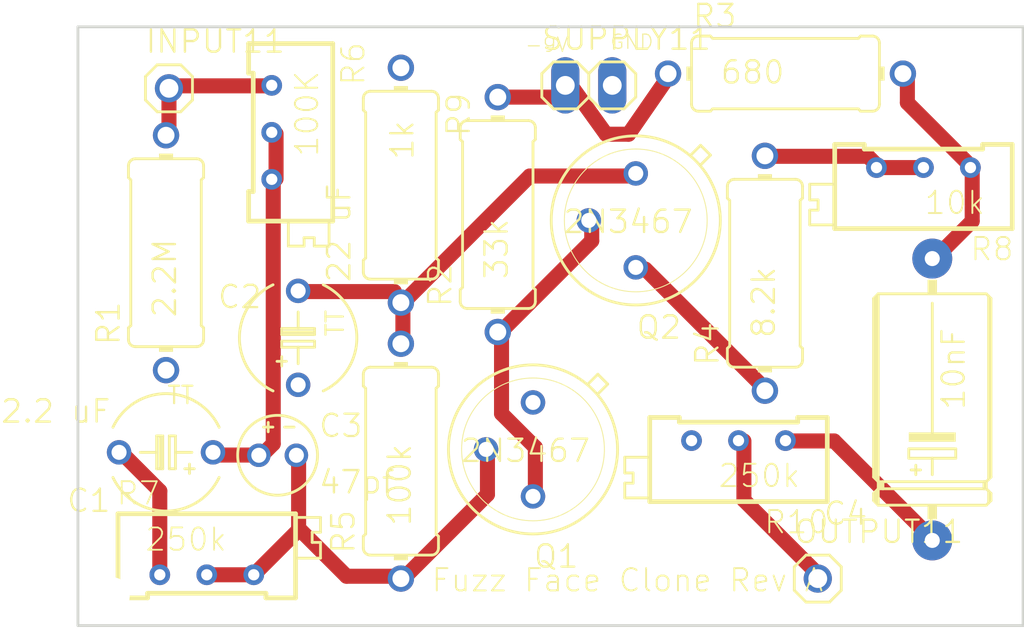
<source format=kicad_pcb>
(kicad_pcb (version 4) (host pcbnew 4.0.7)

  (general
    (links 29)
    (no_connects 5)
    (area 118.720104 88.4251 177.010536 122.34045)
    (thickness 1.6)
    (drawings 7)
    (tracks 89)
    (zones 0)
    (modules 23)
    (nets 14)
  )

  (page A4)
  (layers
    (0 Top signal)
    (31 Bottom signal)
    (32 B.Adhes user)
    (33 F.Adhes user)
    (34 B.Paste user)
    (35 F.Paste user)
    (36 B.SilkS user)
    (37 F.SilkS user)
    (38 B.Mask user)
    (39 F.Mask user)
    (40 Dwgs.User user)
    (41 Cmts.User user)
    (42 Eco1.User user)
    (43 Eco2.User user)
    (44 Edge.Cuts user)
    (45 Margin user)
    (46 B.CrtYd user)
    (47 F.CrtYd user)
    (48 B.Fab user)
    (49 F.Fab user)
  )

  (setup
    (last_trace_width 0.25)
    (trace_clearance 0.1524)
    (zone_clearance 0.508)
    (zone_45_only no)
    (trace_min 0.1524)
    (segment_width 0.2)
    (edge_width 0.15)
    (via_size 0.6)
    (via_drill 0.4)
    (via_min_size 0.4)
    (via_min_drill 0.3)
    (uvia_size 0.3)
    (uvia_drill 0.1)
    (uvias_allowed no)
    (uvia_min_size 0.2)
    (uvia_min_drill 0.1)
    (pcb_text_width 0.3)
    (pcb_text_size 1.5 1.5)
    (mod_edge_width 0.15)
    (mod_text_size 1 1)
    (mod_text_width 0.15)
    (pad_size 1.524 1.524)
    (pad_drill 0.762)
    (pad_to_mask_clearance 0.2)
    (aux_axis_origin 0 0)
    (visible_elements FFFFFF7F)
    (pcbplotparams
      (layerselection 0x00030_80000001)
      (usegerberextensions false)
      (excludeedgelayer true)
      (linewidth 0.100000)
      (plotframeref false)
      (viasonmask false)
      (mode 1)
      (useauxorigin false)
      (hpglpennumber 1)
      (hpglpenspeed 20)
      (hpglpendiameter 15)
      (hpglpenoverlay 2)
      (psnegative false)
      (psa4output false)
      (plotreference true)
      (plotvalue true)
      (plotinvisibletext false)
      (padsonsilk false)
      (subtractmaskfromsilk false)
      (outputformat 1)
      (mirror false)
      (drillshape 1)
      (scaleselection 1)
      (outputdirectory ""))
  )

  (net 0 "")
  (net 1 GND)
  (net 2 N1)
  (net 3 N2)
  (net 4 N3)
  (net 5 N5)
  (net 6 N4)
  (net 7 -9V)
  (net 8 INPUT)
  (net 9 N7)
  (net 10 N8)
  (net 11 N9)
  (net 12 OUTPUT)
  (net 13 N6)

  (net_class Default "This is the default net class."
    (clearance 0.1524)
    (trace_width 0.25)
    (via_dia 0.6)
    (via_drill 0.4)
    (uvia_dia 0.3)
    (uvia_drill 0.1)
    (add_net -9V)
    (add_net GND)
    (add_net INPUT)
    (add_net N1)
    (add_net N2)
    (add_net N3)
    (add_net N4)
    (add_net N5)
    (add_net N6)
    (add_net N7)
    (add_net N8)
    (add_net N9)
    (add_net OUTPUT)
  )

  (module "" (layer Top) (tedit 0) (tstamp 0)
    (at 124.74985 90.5661)
    (fp_text reference @HOLE0 (at 0 0) (layer F.SilkS) hide
      (effects (font (thickness 0.15)))
    )
    (fp_text value "" (at 0 0) (layer F.SilkS)
      (effects (font (thickness 0.15)))
    )
    (pad "" np_thru_hole circle (at 0 0) (size 2 2) (drill 2) (layers *.Cu))
  )

  (module "" (layer Top) (tedit 0) (tstamp 0)
    (at 172.24985 90.5661)
    (fp_text reference @HOLE1 (at 0 0) (layer F.SilkS) hide
      (effects (font (thickness 0.15)))
    )
    (fp_text value "" (at 0 0) (layer F.SilkS)
      (effects (font (thickness 0.15)))
    )
    (pad "" np_thru_hole circle (at 0 0) (size 2 2) (drill 2) (layers *.Cu))
  )

  (module "" (layer Top) (tedit 0) (tstamp 0)
    (at 172.24985 119.5661)
    (fp_text reference @HOLE2 (at 0 0) (layer F.SilkS) hide
      (effects (font (thickness 0.15)))
    )
    (fp_text value "" (at 0 0) (layer F.SilkS)
      (effects (font (thickness 0.15)))
    )
    (pad "" np_thru_hole circle (at 0 0) (size 2 2) (drill 2) (layers *.Cu))
  )

  (module "" (layer Top) (tedit 0) (tstamp 0)
    (at 124.74985 119.5661)
    (fp_text reference @HOLE3 (at 0 0) (layer F.SilkS) hide
      (effects (font (thickness 0.15)))
    )
    (fp_text value "" (at 0 0) (layer F.SilkS)
      (effects (font (thickness 0.15)))
    )
    (pad "" np_thru_hole circle (at 0 0) (size 2 2) (drill 2) (layers *.Cu))
  )

  (module TAP5-60 (layer Top) (tedit 0) (tstamp 5AA4EAF8)
    (at 127.7111 111.82485 180)
    (descr "<b>ELECTROLYTIC CAPACITOR</b><p>\ndiameter 6.0 mm, grid 5.08 mm")
    (fp_text reference C1 (at 2.921 -1.905 360) (layer F.SilkS)
      (effects (font (size 1.2065 1.2065) (thickness 0.12065)) (justify right top))
    )
    (fp_text value "2.2 uF" (at 2.921 2.921 180) (layer F.SilkS)
      (effects (font (size 1.2065 1.2065) (thickness 0.127)) (justify right top))
    )
    (fp_line (start -1.397 0) (end -0.508 0) (layer F.SilkS) (width 0.1524))
    (fp_line (start -0.508 0) (end -0.508 0.889) (layer F.SilkS) (width 0.1524))
    (fp_line (start -0.508 0.889) (end -0.1778 0.889) (layer F.SilkS) (width 0.1524))
    (fp_line (start -0.1778 0.889) (end -0.1778 -0.889) (layer F.SilkS) (width 0.1524))
    (fp_line (start -0.1778 -0.889) (end -0.508 -0.889) (layer F.SilkS) (width 0.1524))
    (fp_line (start -0.508 -0.889) (end -0.508 0) (layer F.SilkS) (width 0.1524))
    (fp_line (start 0.508 0) (end 1.397 0) (layer F.SilkS) (width 0.1524))
    (fp_line (start -1.27 -0.635) (end -1.27 -1.143) (layer F.SilkS) (width 0.1524))
    (fp_line (start -1.016 -0.889) (end -1.524 -0.889) (layer F.SilkS) (width 0.1524))
    (fp_line (start 0.1778 -0.889) (end 0.1778 0.889) (layer F.SilkS) (width 0.1524))
    (fp_line (start 0.508 -0.889) (end 0.1778 -0.889) (layer F.SilkS) (width 0.1524))
    (fp_line (start 0.1778 0.889) (end 0.508 0.889) (layer F.SilkS) (width 0.1524))
    (fp_line (start 0.508 0.889) (end 0.508 0) (layer F.SilkS) (width 0.1524))
    (fp_line (start 0.508 0) (end 0.508 -0.889) (layer F.SilkS) (width 0.1524))
    (fp_line (start 0.3302 0.762) (end 0.3302 -0.762) (layer F.SilkS) (width 0.1524))
    (fp_arc (start 0 0) (end -2.8702 -1.3574) (angle 129.378377) (layer F.SilkS) (width 0.1524))
    (fp_arc (start 0 0) (end -2.8702 1.3574) (angle -129.378377) (layer F.SilkS) (width 0.1524))
    (fp_arc (start 0 0) (end -2.8702 -1.3574) (angle -50.621623) (layer Dwgs.User) (width 0.1524))
    (fp_arc (start 0 0) (end 2.8702 1.3574) (angle -50.621623) (layer Dwgs.User) (width 0.1524))
    (fp_text user TT (at 0 2.54 180) (layer F.SilkS)
      (effects (font (size 0.94107 0.94107) (thickness 0.118872)) (justify left bottom))
    )
    (pad - thru_hole circle (at 2.54 0 180) (size 1.3208 1.3208) (drill 0.8128) (layers *.Cu *.Mask)
      (net 3 N2))
    (pad + thru_hole circle (at -2.54 0 180) (size 1.3208 1.3208) (drill 0.8128) (layers *.Cu *.Mask)
      (net 2 N1))
  )

  (module TAP5-60 (layer Top) (tedit 0) (tstamp 5AA4EB11)
    (at 134.85485 105.6336 90)
    (descr "<b>ELECTROLYTIC CAPACITOR</b><p>\ndiameter 6.0 mm, grid 5.08 mm")
    (fp_text reference C2 (at 2.921 -1.905 360) (layer F.SilkS)
      (effects (font (size 1.2065 1.2065) (thickness 0.12065)) (justify right top))
    )
    (fp_text value "22 uF" (at 2.921 2.921 90) (layer F.SilkS)
      (effects (font (size 1.2065 1.2065) (thickness 0.127)) (justify left bottom))
    )
    (fp_line (start -1.397 0) (end -0.508 0) (layer F.SilkS) (width 0.1524))
    (fp_line (start -0.508 0) (end -0.508 0.889) (layer F.SilkS) (width 0.1524))
    (fp_line (start -0.508 0.889) (end -0.1778 0.889) (layer F.SilkS) (width 0.1524))
    (fp_line (start -0.1778 0.889) (end -0.1778 -0.889) (layer F.SilkS) (width 0.1524))
    (fp_line (start -0.1778 -0.889) (end -0.508 -0.889) (layer F.SilkS) (width 0.1524))
    (fp_line (start -0.508 -0.889) (end -0.508 0) (layer F.SilkS) (width 0.1524))
    (fp_line (start 0.508 0) (end 1.397 0) (layer F.SilkS) (width 0.1524))
    (fp_line (start -1.27 -0.635) (end -1.27 -1.143) (layer F.SilkS) (width 0.1524))
    (fp_line (start -1.016 -0.889) (end -1.524 -0.889) (layer F.SilkS) (width 0.1524))
    (fp_line (start 0.1778 -0.889) (end 0.1778 0.889) (layer F.SilkS) (width 0.1524))
    (fp_line (start 0.508 -0.889) (end 0.1778 -0.889) (layer F.SilkS) (width 0.1524))
    (fp_line (start 0.1778 0.889) (end 0.508 0.889) (layer F.SilkS) (width 0.1524))
    (fp_line (start 0.508 0.889) (end 0.508 0) (layer F.SilkS) (width 0.1524))
    (fp_line (start 0.508 0) (end 0.508 -0.889) (layer F.SilkS) (width 0.1524))
    (fp_line (start 0.3302 0.762) (end 0.3302 -0.762) (layer F.SilkS) (width 0.1524))
    (fp_arc (start 0 0) (end -2.8702 -1.3574) (angle 129.378377) (layer F.SilkS) (width 0.1524))
    (fp_arc (start 0 0) (end -2.8702 1.3574) (angle -129.378377) (layer F.SilkS) (width 0.1524))
    (fp_arc (start 0 0) (end -2.8702 -1.3574) (angle -50.621623) (layer Dwgs.User) (width 0.1524))
    (fp_arc (start 0 0) (end 2.8702 1.3574) (angle -50.621623) (layer Dwgs.User) (width 0.1524))
    (fp_text user TT (at 0 2.54 90) (layer F.SilkS)
      (effects (font (size 0.94107 0.94107) (thickness 0.118872)) (justify left bottom))
    )
    (pad - thru_hole circle (at 2.54 0 90) (size 1.3208 1.3208) (drill 0.8128) (layers *.Cu *.Mask)
      (net 6 N4))
    (pad + thru_hole circle (at -2.54 0 90) (size 1.3208 1.3208) (drill 0.8128) (layers *.Cu *.Mask)
      (net 1 GND))
  )

  (module E2-4 (layer Top) (tedit 0) (tstamp 5AA4EB2A)
    (at 133.7436 111.9836)
    (descr "<b>ELECTROLYTIC CAPACITOR</b><p>\ngrid 2 mm, diameter 4 mm")
    (fp_text reference C3 (at 2.159 -0.889) (layer F.SilkS)
      (effects (font (size 1.2065 1.2065) (thickness 0.12065)) (justify left bottom))
    )
    (fp_text value 47pf (at 2.159 2.159) (layer F.SilkS)
      (effects (font (size 1.2065 1.2065) (thickness 0.127)) (justify left bottom))
    )
    (fp_line (start -1.524 0) (end -0.762 0) (layer Dwgs.User) (width 0.1524))
    (fp_line (start -0.762 0) (end -0.762 1.016) (layer Dwgs.User) (width 0.1524))
    (fp_line (start -0.762 1.016) (end -0.254 1.016) (layer Dwgs.User) (width 0.1524))
    (fp_line (start -0.254 1.016) (end -0.254 -1.016) (layer Dwgs.User) (width 0.1524))
    (fp_line (start -0.254 -1.016) (end -0.762 -1.016) (layer Dwgs.User) (width 0.1524))
    (fp_line (start -0.762 -1.016) (end -0.762 0) (layer Dwgs.User) (width 0.1524))
    (fp_line (start 0.635 0) (end 1.524 0) (layer Dwgs.User) (width 0.1524))
    (fp_line (start -0.762 -1.524) (end -0.254 -1.524) (layer F.SilkS) (width 0.1524))
    (fp_line (start -0.508 -1.27) (end -0.508 -1.778) (layer F.SilkS) (width 0.1524))
    (fp_line (start 0.381 -1.524) (end 0.889 -1.524) (layer F.SilkS) (width 0.1524))
    (fp_circle (center 0 0) (end 2.159 0) (layer F.SilkS) (width 0.1524))
    (fp_poly (pts (xy 0.254 1.016) (xy 0.762 1.016) (xy 0.762 -1.016) (xy 0.254 -1.016)) (layer Dwgs.User) (width 0))
    (pad - thru_hole circle (at 1.016 0) (size 1.27 1.27) (drill 0.8128) (layers *.Cu *.Mask)
      (net 4 N3))
    (pad + thru_hole circle (at -1.016 0) (size 1.27 1.27) (drill 0.8128) (layers *.Cu *.Mask)
      (net 2 N1))
  )

  (module E15-6 (layer Top) (tedit 0) (tstamp 5AA4EB3B)
    (at 169.14485 108.96735 90)
    (descr "<b>ELECTROLYTIC CAPACITOR</b><p>\ngrid 15.24 mm, diameter 6 mm")
    (fp_text reference C4 (at -5.461 -3.429 360) (layer F.SilkS)
      (effects (font (size 1.2065 1.2065) (thickness 0.12065)) (justify right top))
    )
    (fp_text value 10nF (at -0.635 1.8542 90) (layer F.SilkS)
      (effects (font (size 1.2065 1.2065) (thickness 0.12065)) (justify left bottom))
    )
    (fp_line (start -4.064 0) (end -3.175 0) (layer F.SilkS) (width 0.1524))
    (fp_line (start -3.175 0) (end -3.175 1.27) (layer F.SilkS) (width 0.1524))
    (fp_line (start -3.175 1.27) (end -2.667 1.27) (layer F.SilkS) (width 0.1524))
    (fp_line (start -2.667 1.27) (end -2.667 -1.27) (layer F.SilkS) (width 0.1524))
    (fp_line (start -2.667 -1.27) (end -3.175 -1.27) (layer F.SilkS) (width 0.1524))
    (fp_line (start -3.175 -1.27) (end -3.175 0) (layer F.SilkS) (width 0.1524))
    (fp_line (start -1.905 0) (end 5.207 0) (layer F.SilkS) (width 0.1524))
    (fp_line (start -3.81 -1.143) (end -3.81 -0.635) (layer F.SilkS) (width 0.1524))
    (fp_line (start -4.064 -0.889) (end -3.556 -0.889) (layer F.SilkS) (width 0.1524))
    (fp_line (start -5.715 2.921) (end -5.715 -2.921) (layer F.SilkS) (width 0.1524))
    (fp_line (start -4.191 -3.175) (end 5.461 -3.175) (layer F.SilkS) (width 0.1524))
    (fp_line (start 5.715 -2.921) (end 5.461 -3.175) (layer F.SilkS) (width 0.1524))
    (fp_line (start -4.445 -2.921) (end -4.191 -3.175) (layer F.SilkS) (width 0.1524))
    (fp_line (start -5.461 -3.175) (end -5.715 -2.921) (layer F.SilkS) (width 0.1524))
    (fp_line (start -5.08 -3.175) (end -4.826 -2.921) (layer F.SilkS) (width 0.1524))
    (fp_line (start -5.461 -3.048) (end -5.08 -3.048) (layer F.SilkS) (width 0.3048))
    (fp_line (start -5.461 -3.175) (end -5.08 -3.175) (layer F.SilkS) (width 0.1524))
    (fp_line (start -5.715 -2.921) (end -4.826 -2.921) (layer F.SilkS) (width 0.1524))
    (fp_line (start -4.826 -2.921) (end -4.826 -2.667) (layer F.SilkS) (width 0.1524))
    (fp_line (start -4.445 -2.921) (end -4.445 -2.667) (layer F.SilkS) (width 0.1524))
    (fp_line (start -4.191 -3.048) (end 5.461 -3.048) (layer F.SilkS) (width 0.3048))
    (fp_line (start -4.445 -2.921) (end 5.715 -2.921) (layer F.SilkS) (width 0.1524))
    (fp_line (start -4.826 -2.667) (end -4.445 -2.667) (layer F.SilkS) (width 0.1524))
    (fp_line (start -4.826 -2.921) (end -4.445 -2.921) (layer F.SilkS) (width 0.1524))
    (fp_line (start -4.191 3.175) (end 5.461 3.175) (layer F.SilkS) (width 0.1524))
    (fp_line (start -4.826 -2.667) (end -4.826 2.794) (layer F.SilkS) (width 0.1524))
    (fp_line (start -4.826 2.794) (end -4.826 2.8702) (layer F.SilkS) (width 0.1524))
    (fp_line (start -4.445 -2.667) (end -4.445 2.794) (layer F.SilkS) (width 0.1524))
    (fp_line (start -4.445 2.794) (end -4.445 2.8702) (layer F.SilkS) (width 0.1524))
    (fp_line (start -4.826 2.921) (end -4.445 2.921) (layer F.SilkS) (width 0.1524))
    (fp_line (start -4.826 2.794) (end -4.445 2.794) (layer F.SilkS) (width 0.1524))
    (fp_line (start 5.715 -2.921) (end 5.715 2.921) (layer F.SilkS) (width 0.1524))
    (fp_line (start 5.715 2.921) (end 5.588 3.048) (layer F.SilkS) (width 0.1524))
    (fp_line (start -5.715 2.921) (end -5.588 3.048) (layer F.SilkS) (width 0.1524))
    (fp_line (start -5.588 3.048) (end -5.461 3.175) (layer F.SilkS) (width 0.1524))
    (fp_line (start -5.08 3.175) (end -4.953 3.048) (layer F.SilkS) (width 0.1524))
    (fp_line (start -4.953 3.048) (end -4.826 2.921) (layer F.SilkS) (width 0.1524))
    (fp_line (start -5.461 3.175) (end -5.08 3.175) (layer F.SilkS) (width 0.1524))
    (fp_line (start -5.588 3.048) (end -4.953 3.048) (layer F.SilkS) (width 0.1524))
    (fp_line (start -4.445 2.921) (end -4.318 3.048) (layer F.SilkS) (width 0.1524))
    (fp_line (start -4.318 3.048) (end -4.191 3.175) (layer F.SilkS) (width 0.1524))
    (fp_line (start -4.318 3.048) (end 5.588 3.048) (layer F.SilkS) (width 0.1524))
    (fp_line (start 5.588 3.048) (end 5.461 3.175) (layer F.SilkS) (width 0.1524))
    (fp_line (start 5.461 3.1242) (end -4.191 3.1242) (layer F.SilkS) (width 0.1524))
    (fp_line (start -4.191 3.1242) (end -4.191 3.175) (layer F.SilkS) (width 0.1524))
    (fp_line (start -5.08 3.1242) (end -5.461 3.1242) (layer F.SilkS) (width 0.1524))
    (fp_line (start -5.461 3.1242) (end -5.461 3.175) (layer F.SilkS) (width 0.1524))
    (fp_line (start -4.445 2.8702) (end -4.826 2.8702) (layer F.SilkS) (width 0.1524))
    (fp_line (start -4.445 2.8702) (end -4.445 2.921) (layer F.SilkS) (width 0.1524))
    (fp_line (start -4.826 2.8702) (end -4.826 2.921) (layer F.SilkS) (width 0.1524))
    (fp_line (start -4.699 -2.794) (end -4.572 -2.794) (layer F.SilkS) (width 0.3048))
    (fp_line (start 7.62 0) (end 6.477 0) (layer Dwgs.User) (width 0.508))
    (fp_line (start -7.62 0) (end -6.477 0) (layer Dwgs.User) (width 0.508))
    (fp_poly (pts (xy -2.286 1.27) (xy -1.778 1.27) (xy -1.778 -1.27) (xy -2.286 -1.27)) (layer F.SilkS) (width 0))
    (fp_poly (pts (xy -6.477 0.254) (xy -5.715 0.254) (xy -5.715 -0.254) (xy -6.477 -0.254)) (layer F.SilkS) (width 0))
    (fp_poly (pts (xy 5.715 0.254) (xy 6.477 0.254) (xy 6.477 -0.254) (xy 5.715 -0.254)) (layer F.SilkS) (width 0))
    (pad + thru_hole circle (at -7.62 0 90) (size 2.159 2.159) (drill 0.8128) (layers *.Cu *.Mask)
      (net 11 N9))
    (pad - thru_hole circle (at 7.62 0 90) (size 2.159 2.159) (drill 0.8128) (layers *.Cu *.Mask)
      (net 10 N8))
  )

  (module 1X01 (layer Top) (tedit 0) (tstamp 5AA4EB78)
    (at 127.86985 92.13985)
    (descr "<b>PIN HEADER</b>")
    (fp_text reference INPUT11 (at -1.3462 -1.8288) (layer F.SilkS)
      (effects (font (size 1.2065 1.2065) (thickness 0.127)) (justify left bottom))
    )
    (fp_text value "" (at -1.27 3.175) (layer F.SilkS)
      (effects (font (size 1.2065 1.2065) (thickness 0.1016)) (justify left bottom))
    )
    (fp_line (start -0.635 -1.27) (end 0.635 -1.27) (layer F.SilkS) (width 0.1524))
    (fp_line (start 0.635 -1.27) (end 1.27 -0.635) (layer F.SilkS) (width 0.1524))
    (fp_line (start 1.27 -0.635) (end 1.27 0.635) (layer F.SilkS) (width 0.1524))
    (fp_line (start 1.27 0.635) (end 0.635 1.27) (layer F.SilkS) (width 0.1524))
    (fp_line (start -1.27 -0.635) (end -1.27 0.635) (layer F.SilkS) (width 0.1524))
    (fp_line (start -0.635 -1.27) (end -1.27 -0.635) (layer F.SilkS) (width 0.1524))
    (fp_line (start -1.27 0.635) (end -0.635 1.27) (layer F.SilkS) (width 0.1524))
    (fp_line (start 0.635 1.27) (end -0.635 1.27) (layer F.SilkS) (width 0.1524))
    (fp_poly (pts (xy -0.254 0.254) (xy 0.254 0.254) (xy 0.254 -0.254) (xy -0.254 -0.254)) (layer Dwgs.User) (width 0))
    (pad 1 thru_hole circle (at 0 0) (size 1.524 1.524) (drill 1.016) (layers *.Cu *.Mask)
      (net 8 INPUT))
  )

  (module 1X01 (layer Top) (tedit 0) (tstamp 5AA4EB85)
    (at 162.9536 118.6511)
    (descr "<b>PIN HEADER</b>")
    (fp_text reference OUTPUT11 (at -1.3462 -1.8288) (layer F.SilkS)
      (effects (font (size 1.2065 1.2065) (thickness 0.12065)) (justify left bottom))
    )
    (fp_text value "" (at -1.27 3.175) (layer F.SilkS)
      (effects (font (size 1.2065 1.2065) (thickness 0.09652)) (justify left bottom))
    )
    (fp_line (start -0.635 -1.27) (end 0.635 -1.27) (layer F.SilkS) (width 0.1524))
    (fp_line (start 0.635 -1.27) (end 1.27 -0.635) (layer F.SilkS) (width 0.1524))
    (fp_line (start 1.27 -0.635) (end 1.27 0.635) (layer F.SilkS) (width 0.1524))
    (fp_line (start 1.27 0.635) (end 0.635 1.27) (layer F.SilkS) (width 0.1524))
    (fp_line (start -1.27 -0.635) (end -1.27 0.635) (layer F.SilkS) (width 0.1524))
    (fp_line (start -0.635 -1.27) (end -1.27 -0.635) (layer F.SilkS) (width 0.1524))
    (fp_line (start -1.27 0.635) (end -0.635 1.27) (layer F.SilkS) (width 0.1524))
    (fp_line (start 0.635 1.27) (end -0.635 1.27) (layer F.SilkS) (width 0.1524))
    (fp_poly (pts (xy -0.254 0.254) (xy 0.254 0.254) (xy 0.254 -0.254) (xy -0.254 -0.254)) (layer Dwgs.User) (width 0))
    (pad 1 thru_hole circle (at 0 0) (size 1.524 1.524) (drill 1.016) (layers *.Cu *.Mask)
      (net 12 OUTPUT))
  )

  (module TO39 (layer Top) (tedit 0) (tstamp 5AA4EB92)
    (at 147.55485 111.6661 180)
    (descr <b>TO-39</b>)
    (fp_text reference Q1 (at -2.54 -5.08 360) (layer F.SilkS)
      (effects (font (size 1.2065 1.2065) (thickness 0.12065)) (justify right top))
    )
    (fp_text value 2N3467 (at -3.175 0.635 360) (layer F.SilkS)
      (effects (font (size 1.2065 1.2065) (thickness 0.12065)) (justify right top))
    )
    (fp_line (start -4.0386 3.5306) (end -3.5052 2.9972) (layer F.SilkS) (width 0.1524))
    (fp_line (start -2.9718 3.5306) (end -3.5052 4.064) (layer F.SilkS) (width 0.1524))
    (fp_line (start -3.5052 4.064) (end -4.0386 3.5306) (layer F.SilkS) (width 0.1524))
    (fp_circle (center 0 0) (end 4.572 0) (layer F.SilkS) (width 0.1524))
    (fp_circle (center 0 0) (end 3.8608 0) (layer F.SilkS) (width 0.0508))
    (pad 1 thru_hole circle (at 0 2.54 180) (size 1.3208 1.3208) (drill 0.8128) (layers *.Cu *.Mask)
      (net 1 GND))
    (pad 2 thru_hole circle (at 2.54 0 180) (size 1.3208 1.3208) (drill 0.8128) (layers *.Cu *.Mask)
      (net 4 N3))
    (pad 3 thru_hole circle (at 0 -2.54 180) (size 1.3208 1.3208) (drill 0.8128) (layers *.Cu *.Mask)
      (net 5 N5))
  )

  (module TO39 (layer Top) (tedit 0) (tstamp 5AA4EB9D)
    (at 153.1111 99.2836 180)
    (descr <b>TO-39</b>)
    (fp_text reference Q2 (at -2.54 -5.08 180) (layer F.SilkS)
      (effects (font (size 1.2065 1.2065) (thickness 0.127)) (justify right top))
    )
    (fp_text value 2N3467 (at -3.175 0.635 180) (layer F.SilkS)
      (effects (font (size 1.2065 1.2065) (thickness 0.127)) (justify right top))
    )
    (fp_line (start -4.0386 3.5306) (end -3.5052 2.9972) (layer F.SilkS) (width 0.1524))
    (fp_line (start -2.9718 3.5306) (end -3.5052 4.064) (layer F.SilkS) (width 0.1524))
    (fp_line (start -3.5052 4.064) (end -4.0386 3.5306) (layer F.SilkS) (width 0.1524))
    (fp_circle (center 0 0) (end 4.572 0) (layer F.SilkS) (width 0.1524))
    (fp_circle (center 0 0) (end 3.8608 0) (layer F.SilkS) (width 0.0508))
    (pad 1 thru_hole circle (at 0 2.54 180) (size 1.3208 1.3208) (drill 0.8128) (layers *.Cu *.Mask)
      (net 6 N4))
    (pad 2 thru_hole circle (at 2.54 0 180) (size 1.3208 1.3208) (drill 0.8128) (layers *.Cu *.Mask)
      (net 5 N5))
    (pad 3 thru_hole circle (at 0 -2.54 180) (size 1.3208 1.3208) (drill 0.8128) (layers *.Cu *.Mask)
      (net 13 N6))
  )

  (module 0411%2f12 (layer Top) (tedit 0) (tstamp 5AA4EBA8)
    (at 127.7111 101.02985 90)
    (descr "<b>RESISTOR</b><p>\ntype 0411, grid 12.5 mm")
    (fp_text reference R1 (at -5.08 -2.413 90) (layer F.SilkS)
      (effects (font (size 1.2065 1.2065) (thickness 0.127)) (justify left bottom))
    )
    (fp_text value 2.2M (at -3.5814 0.635 90) (layer F.SilkS)
      (effects (font (size 1.2065 1.2065) (thickness 0.127)) (justify left bottom))
    )
    (fp_line (start 6.35 0) (end 5.461 0) (layer Dwgs.User) (width 0.762))
    (fp_line (start -6.35 0) (end -5.461 0) (layer Dwgs.User) (width 0.762))
    (fp_line (start 5.08 1.651) (end 5.08 -1.651) (layer F.SilkS) (width 0.1524))
    (fp_arc (start 4.699 -1.651) (end 4.699 -2.032) (angle 90) (layer F.SilkS) (width 0.1524))
    (fp_arc (start -4.699 1.651) (end -5.08 1.651) (angle -90) (layer F.SilkS) (width 0.1524))
    (fp_arc (start 4.699 1.651) (end 4.699 2.032) (angle -90) (layer F.SilkS) (width 0.1524))
    (fp_arc (start -4.699 -1.651) (end -5.08 -1.651) (angle 90) (layer F.SilkS) (width 0.1524))
    (fp_line (start 4.699 -2.032) (end 4.064 -2.032) (layer F.SilkS) (width 0.1524))
    (fp_line (start 3.937 -1.905) (end 4.064 -2.032) (layer F.SilkS) (width 0.1524))
    (fp_line (start 4.699 2.032) (end 4.064 2.032) (layer F.SilkS) (width 0.1524))
    (fp_line (start 3.937 1.905) (end 4.064 2.032) (layer F.SilkS) (width 0.1524))
    (fp_line (start -3.937 -1.905) (end -4.064 -2.032) (layer F.SilkS) (width 0.1524))
    (fp_line (start -3.937 -1.905) (end 3.937 -1.905) (layer F.SilkS) (width 0.1524))
    (fp_line (start -3.937 1.905) (end -4.064 2.032) (layer F.SilkS) (width 0.1524))
    (fp_line (start -3.937 1.905) (end 3.937 1.905) (layer F.SilkS) (width 0.1524))
    (fp_line (start -5.08 -1.651) (end -5.08 1.651) (layer F.SilkS) (width 0.1524))
    (fp_line (start -4.699 -2.032) (end -4.064 -2.032) (layer F.SilkS) (width 0.1524))
    (fp_line (start -4.699 2.032) (end -4.064 2.032) (layer F.SilkS) (width 0.1524))
    (fp_poly (pts (xy -5.3594 0.381) (xy -5.08 0.381) (xy -5.08 -0.381) (xy -5.3594 -0.381)) (layer F.SilkS) (width 0))
    (fp_poly (pts (xy 5.08 0.381) (xy 5.3594 0.381) (xy 5.3594 -0.381) (xy 5.08 -0.381)) (layer F.SilkS) (width 0))
    (pad 1 thru_hole circle (at -6.35 0 90) (size 1.4224 1.4224) (drill 0.9144) (layers *.Cu *.Mask)
      (net 1 GND))
    (pad 2 thru_hole circle (at 6.35 0 90) (size 1.4224 1.4224) (drill 0.9144) (layers *.Cu *.Mask)
      (net 8 INPUT))
  )

  (module RTRIM64X (layer Top) (tedit 0) (tstamp 5AA4EBC1)
    (at 158.66735 112.45985 90)
    (descr "<b>Trimm resistor</b> Spectrol<p>\nCermet MIL-R-22097")
    (fp_text reference R10 (at -2.43 4.95 180) (layer F.SilkS)
      (effects (font (size 1.2065 1.2065) (thickness 0.1016)) (justify right top))
    )
    (fp_text value 250k (at 0.07 3.4 180) (layer F.SilkS)
      (effects (font (size 1.2065 1.2065) (thickness 0.1016)) (justify right top))
    )
    (fp_line (start 2.52 4.8) (end -2.03 4.8) (layer F.SilkS) (width 0.254))
    (fp_line (start -2.03 4.8) (end -2.03 -4.8) (layer F.SilkS) (width 0.254))
    (fp_line (start -2.03 -4.8) (end 2.52 -4.8) (layer F.SilkS) (width 0.254))
    (fp_line (start 2.52 -4.8) (end 2.52 -3.2) (layer F.SilkS) (width 0.254))
    (fp_line (start 2.52 -3.2) (end 2.27 -3.2) (layer F.SilkS) (width 0.254))
    (fp_line (start 2.27 -3.2) (end 2.27 3.2) (layer F.SilkS) (width 0.254))
    (fp_line (start 2.27 3.2) (end 2.52 3.2) (layer F.SilkS) (width 0.254))
    (fp_line (start 2.52 3.2) (end 2.52 4.8) (layer F.SilkS) (width 0.254))
    (fp_line (start -1.83 -4.95) (end -1.83 -6.15) (layer F.SilkS) (width 0.1524))
    (fp_line (start -1.83 -6.15) (end -1.03 -6.15) (layer F.SilkS) (width 0.1524))
    (fp_line (start -1.03 -6.15) (end -1.03 -5.7) (layer F.SilkS) (width 0.1524))
    (fp_line (start -1.03 -5.7) (end -0.48 -5.7) (layer F.SilkS) (width 0.1524))
    (fp_line (start -0.48 -5.7) (end -0.48 -6.15) (layer F.SilkS) (width 0.1524))
    (fp_line (start -0.48 -6.15) (end 0.37 -6.15) (layer F.SilkS) (width 0.1524))
    (fp_line (start 0.37 -6.15) (end 0.37 -4.95) (layer F.SilkS) (width 0.1524))
    (pad 1 thru_hole circle (at 1.27 2.54 90) (size 1.1176 1.1176) (drill 0.6096) (layers *.Cu *.Mask)
      (net 11 N9))
    (pad 2 thru_hole circle (at 1.27 0 90) (size 1.1176 1.1176) (drill 0.6096) (layers *.Cu *.Mask)
      (net 12 OUTPUT))
    (pad 3 thru_hole circle (at 1.27 -2.54 90) (size 1.1176 1.1176) (drill 0.6096) (layers *.Cu *.Mask)
      (net 1 GND))
  )

  (module 0411%2f12 (layer Top) (tedit 0) (tstamp 5AA4EBD6)
    (at 145.64985 98.9661 90)
    (descr "<b>RESISTOR</b><p>\ntype 0411, grid 12.5 mm")
    (fp_text reference R2 (at -5.08 -2.413 90) (layer F.SilkS)
      (effects (font (size 1.2065 1.2065) (thickness 0.12065)) (justify left bottom))
    )
    (fp_text value 33k (at -3.5814 0.635 90) (layer F.SilkS)
      (effects (font (size 1.2065 1.2065) (thickness 0.12065)) (justify left bottom))
    )
    (fp_line (start 6.35 0) (end 5.461 0) (layer Dwgs.User) (width 0.762))
    (fp_line (start -6.35 0) (end -5.461 0) (layer Dwgs.User) (width 0.762))
    (fp_line (start 5.08 1.651) (end 5.08 -1.651) (layer F.SilkS) (width 0.1524))
    (fp_arc (start 4.699 -1.651) (end 4.699 -2.032) (angle 90) (layer F.SilkS) (width 0.1524))
    (fp_arc (start -4.699 1.651) (end -5.08 1.651) (angle -90) (layer F.SilkS) (width 0.1524))
    (fp_arc (start 4.699 1.651) (end 4.699 2.032) (angle -90) (layer F.SilkS) (width 0.1524))
    (fp_arc (start -4.699 -1.651) (end -5.08 -1.651) (angle 90) (layer F.SilkS) (width 0.1524))
    (fp_line (start 4.699 -2.032) (end 4.064 -2.032) (layer F.SilkS) (width 0.1524))
    (fp_line (start 3.937 -1.905) (end 4.064 -2.032) (layer F.SilkS) (width 0.1524))
    (fp_line (start 4.699 2.032) (end 4.064 2.032) (layer F.SilkS) (width 0.1524))
    (fp_line (start 3.937 1.905) (end 4.064 2.032) (layer F.SilkS) (width 0.1524))
    (fp_line (start -3.937 -1.905) (end -4.064 -2.032) (layer F.SilkS) (width 0.1524))
    (fp_line (start -3.937 -1.905) (end 3.937 -1.905) (layer F.SilkS) (width 0.1524))
    (fp_line (start -3.937 1.905) (end -4.064 2.032) (layer F.SilkS) (width 0.1524))
    (fp_line (start -3.937 1.905) (end 3.937 1.905) (layer F.SilkS) (width 0.1524))
    (fp_line (start -5.08 -1.651) (end -5.08 1.651) (layer F.SilkS) (width 0.1524))
    (fp_line (start -4.699 -2.032) (end -4.064 -2.032) (layer F.SilkS) (width 0.1524))
    (fp_line (start -4.699 2.032) (end -4.064 2.032) (layer F.SilkS) (width 0.1524))
    (fp_poly (pts (xy -5.3594 0.381) (xy -5.08 0.381) (xy -5.08 -0.381) (xy -5.3594 -0.381)) (layer F.SilkS) (width 0))
    (fp_poly (pts (xy 5.08 0.381) (xy 5.3594 0.381) (xy 5.3594 -0.381) (xy 5.08 -0.381)) (layer F.SilkS) (width 0))
    (pad 1 thru_hole circle (at -6.35 0 90) (size 1.4224 1.4224) (drill 0.9144) (layers *.Cu *.Mask)
      (net 5 N5))
    (pad 2 thru_hole circle (at 6.35 0 90) (size 1.4224 1.4224) (drill 0.9144) (layers *.Cu *.Mask)
      (net 7 -9V))
  )

  (module 0411%2f12 (layer Top) (tedit 0) (tstamp 5AA4EBEF)
    (at 161.20735 91.3461)
    (descr "<b>RESISTOR</b><p>\ntype 0411, grid 12.5 mm")
    (fp_text reference R3 (at -5.08 -2.413) (layer F.SilkS)
      (effects (font (size 1.2065 1.2065) (thickness 0.12065)) (justify left bottom))
    )
    (fp_text value 680 (at -3.5814 0.635) (layer F.SilkS)
      (effects (font (size 1.2065 1.2065) (thickness 0.12065)) (justify left bottom))
    )
    (fp_line (start 6.35 0) (end 5.461 0) (layer Dwgs.User) (width 0.762))
    (fp_line (start -6.35 0) (end -5.461 0) (layer Dwgs.User) (width 0.762))
    (fp_line (start 5.08 1.651) (end 5.08 -1.651) (layer F.SilkS) (width 0.1524))
    (fp_arc (start 4.699 -1.651) (end 4.699 -2.032) (angle 90) (layer F.SilkS) (width 0.1524))
    (fp_arc (start -4.699 1.651) (end -5.08 1.651) (angle -90) (layer F.SilkS) (width 0.1524))
    (fp_arc (start 4.699 1.651) (end 4.699 2.032) (angle -90) (layer F.SilkS) (width 0.1524))
    (fp_arc (start -4.699 -1.651) (end -5.08 -1.651) (angle 90) (layer F.SilkS) (width 0.1524))
    (fp_line (start 4.699 -2.032) (end 4.064 -2.032) (layer F.SilkS) (width 0.1524))
    (fp_line (start 3.937 -1.905) (end 4.064 -2.032) (layer F.SilkS) (width 0.1524))
    (fp_line (start 4.699 2.032) (end 4.064 2.032) (layer F.SilkS) (width 0.1524))
    (fp_line (start 3.937 1.905) (end 4.064 2.032) (layer F.SilkS) (width 0.1524))
    (fp_line (start -3.937 -1.905) (end -4.064 -2.032) (layer F.SilkS) (width 0.1524))
    (fp_line (start -3.937 -1.905) (end 3.937 -1.905) (layer F.SilkS) (width 0.1524))
    (fp_line (start -3.937 1.905) (end -4.064 2.032) (layer F.SilkS) (width 0.1524))
    (fp_line (start -3.937 1.905) (end 3.937 1.905) (layer F.SilkS) (width 0.1524))
    (fp_line (start -5.08 -1.651) (end -5.08 1.651) (layer F.SilkS) (width 0.1524))
    (fp_line (start -4.699 -2.032) (end -4.064 -2.032) (layer F.SilkS) (width 0.1524))
    (fp_line (start -4.699 2.032) (end -4.064 2.032) (layer F.SilkS) (width 0.1524))
    (fp_poly (pts (xy -5.3594 0.381) (xy -5.08 0.381) (xy -5.08 -0.381) (xy -5.3594 -0.381)) (layer F.SilkS) (width 0))
    (fp_poly (pts (xy 5.08 0.381) (xy 5.3594 0.381) (xy 5.3594 -0.381) (xy 5.08 -0.381)) (layer F.SilkS) (width 0))
    (pad 1 thru_hole circle (at -6.35 0) (size 1.4224 1.4224) (drill 0.9144) (layers *.Cu *.Mask)
      (net 7 -9V))
    (pad 2 thru_hole circle (at 6.35 0) (size 1.4224 1.4224) (drill 0.9144) (layers *.Cu *.Mask)
      (net 10 N8))
  )

  (module 0411%2f12 (layer Top) (tedit 0) (tstamp 5AA4EC08)
    (at 160.0961 102.1411 90)
    (descr "<b>RESISTOR</b><p>\ntype 0411, grid 12.5 mm")
    (fp_text reference R4 (at -5.08 -2.413 90) (layer F.SilkS)
      (effects (font (size 1.2065 1.2065) (thickness 0.127)) (justify left bottom))
    )
    (fp_text value 8.2k (at -3.5814 0.635 90) (layer F.SilkS)
      (effects (font (size 1.2065 1.2065) (thickness 0.127)) (justify left bottom))
    )
    (fp_line (start 6.35 0) (end 5.461 0) (layer Dwgs.User) (width 0.762))
    (fp_line (start -6.35 0) (end -5.461 0) (layer Dwgs.User) (width 0.762))
    (fp_line (start 5.08 1.651) (end 5.08 -1.651) (layer F.SilkS) (width 0.1524))
    (fp_arc (start 4.699 -1.651) (end 4.699 -2.032) (angle 90) (layer F.SilkS) (width 0.1524))
    (fp_arc (start -4.699 1.651) (end -5.08 1.651) (angle -90) (layer F.SilkS) (width 0.1524))
    (fp_arc (start 4.699 1.651) (end 4.699 2.032) (angle -90) (layer F.SilkS) (width 0.1524))
    (fp_arc (start -4.699 -1.651) (end -5.08 -1.651) (angle 90) (layer F.SilkS) (width 0.1524))
    (fp_line (start 4.699 -2.032) (end 4.064 -2.032) (layer F.SilkS) (width 0.1524))
    (fp_line (start 3.937 -1.905) (end 4.064 -2.032) (layer F.SilkS) (width 0.1524))
    (fp_line (start 4.699 2.032) (end 4.064 2.032) (layer F.SilkS) (width 0.1524))
    (fp_line (start 3.937 1.905) (end 4.064 2.032) (layer F.SilkS) (width 0.1524))
    (fp_line (start -3.937 -1.905) (end -4.064 -2.032) (layer F.SilkS) (width 0.1524))
    (fp_line (start -3.937 -1.905) (end 3.937 -1.905) (layer F.SilkS) (width 0.1524))
    (fp_line (start -3.937 1.905) (end -4.064 2.032) (layer F.SilkS) (width 0.1524))
    (fp_line (start -3.937 1.905) (end 3.937 1.905) (layer F.SilkS) (width 0.1524))
    (fp_line (start -5.08 -1.651) (end -5.08 1.651) (layer F.SilkS) (width 0.1524))
    (fp_line (start -4.699 -2.032) (end -4.064 -2.032) (layer F.SilkS) (width 0.1524))
    (fp_line (start -4.699 2.032) (end -4.064 2.032) (layer F.SilkS) (width 0.1524))
    (fp_poly (pts (xy -5.3594 0.381) (xy -5.08 0.381) (xy -5.08 -0.381) (xy -5.3594 -0.381)) (layer F.SilkS) (width 0))
    (fp_poly (pts (xy 5.08 0.381) (xy 5.3594 0.381) (xy 5.3594 -0.381) (xy 5.08 -0.381)) (layer F.SilkS) (width 0))
    (pad 1 thru_hole circle (at -6.35 0 90) (size 1.4224 1.4224) (drill 0.9144) (layers *.Cu *.Mask)
      (net 13 N6))
    (pad 2 thru_hole circle (at 6.35 0 90) (size 1.4224 1.4224) (drill 0.9144) (layers *.Cu *.Mask)
      (net 9 N7))
  )

  (module 0411%2f12 (layer Top) (tedit 0) (tstamp 5AA4EC21)
    (at 140.4111 112.3011 90)
    (descr "<b>RESISTOR</b><p>\ntype 0411, grid 12.5 mm")
    (fp_text reference R5 (at -5.08 -2.413 90) (layer F.SilkS)
      (effects (font (size 1.2065 1.2065) (thickness 0.127)) (justify left bottom))
    )
    (fp_text value 100k (at -3.5814 0.635 90) (layer F.SilkS)
      (effects (font (size 1.2065 1.2065) (thickness 0.127)) (justify left bottom))
    )
    (fp_line (start 6.35 0) (end 5.461 0) (layer Dwgs.User) (width 0.762))
    (fp_line (start -6.35 0) (end -5.461 0) (layer Dwgs.User) (width 0.762))
    (fp_line (start 5.08 1.651) (end 5.08 -1.651) (layer F.SilkS) (width 0.1524))
    (fp_arc (start 4.699 -1.651) (end 4.699 -2.032) (angle 90) (layer F.SilkS) (width 0.1524))
    (fp_arc (start -4.699 1.651) (end -5.08 1.651) (angle -90) (layer F.SilkS) (width 0.1524))
    (fp_arc (start 4.699 1.651) (end 4.699 2.032) (angle -90) (layer F.SilkS) (width 0.1524))
    (fp_arc (start -4.699 -1.651) (end -5.08 -1.651) (angle 90) (layer F.SilkS) (width 0.1524))
    (fp_line (start 4.699 -2.032) (end 4.064 -2.032) (layer F.SilkS) (width 0.1524))
    (fp_line (start 3.937 -1.905) (end 4.064 -2.032) (layer F.SilkS) (width 0.1524))
    (fp_line (start 4.699 2.032) (end 4.064 2.032) (layer F.SilkS) (width 0.1524))
    (fp_line (start 3.937 1.905) (end 4.064 2.032) (layer F.SilkS) (width 0.1524))
    (fp_line (start -3.937 -1.905) (end -4.064 -2.032) (layer F.SilkS) (width 0.1524))
    (fp_line (start -3.937 -1.905) (end 3.937 -1.905) (layer F.SilkS) (width 0.1524))
    (fp_line (start -3.937 1.905) (end -4.064 2.032) (layer F.SilkS) (width 0.1524))
    (fp_line (start -3.937 1.905) (end 3.937 1.905) (layer F.SilkS) (width 0.1524))
    (fp_line (start -5.08 -1.651) (end -5.08 1.651) (layer F.SilkS) (width 0.1524))
    (fp_line (start -4.699 -2.032) (end -4.064 -2.032) (layer F.SilkS) (width 0.1524))
    (fp_line (start -4.699 2.032) (end -4.064 2.032) (layer F.SilkS) (width 0.1524))
    (fp_poly (pts (xy -5.3594 0.381) (xy -5.08 0.381) (xy -5.08 -0.381) (xy -5.3594 -0.381)) (layer F.SilkS) (width 0))
    (fp_poly (pts (xy 5.08 0.381) (xy 5.3594 0.381) (xy 5.3594 -0.381) (xy 5.08 -0.381)) (layer F.SilkS) (width 0))
    (pad 1 thru_hole circle (at -6.35 0 90) (size 1.4224 1.4224) (drill 0.9144) (layers *.Cu *.Mask)
      (net 4 N3))
    (pad 2 thru_hole circle (at 6.35 0 90) (size 1.4224 1.4224) (drill 0.9144) (layers *.Cu *.Mask)
      (net 6 N4))
  )

  (module RTRIM64X (layer Top) (tedit 0) (tstamp 5AA4EC3A)
    (at 134.6961 94.5211 180)
    (descr "<b>Trimm resistor</b> Spectrol<p>\nCermet MIL-R-22097")
    (fp_text reference R6 (at -2.43 4.95 270) (layer F.SilkS)
      (effects (font (size 1.2065 1.2065) (thickness 0.1016)) (justify right top))
    )
    (fp_text value 100K (at 0.07 3.4 270) (layer F.SilkS)
      (effects (font (size 1.2065 1.2065) (thickness 0.1016)) (justify right top))
    )
    (fp_line (start 2.52 4.8) (end -2.03 4.8) (layer F.SilkS) (width 0.254))
    (fp_line (start -2.03 4.8) (end -2.03 -4.8) (layer F.SilkS) (width 0.254))
    (fp_line (start -2.03 -4.8) (end 2.52 -4.8) (layer F.SilkS) (width 0.254))
    (fp_line (start 2.52 -4.8) (end 2.52 -3.2) (layer F.SilkS) (width 0.254))
    (fp_line (start 2.52 -3.2) (end 2.27 -3.2) (layer F.SilkS) (width 0.254))
    (fp_line (start 2.27 -3.2) (end 2.27 3.2) (layer F.SilkS) (width 0.254))
    (fp_line (start 2.27 3.2) (end 2.52 3.2) (layer F.SilkS) (width 0.254))
    (fp_line (start 2.52 3.2) (end 2.52 4.8) (layer F.SilkS) (width 0.254))
    (fp_line (start -1.83 -4.95) (end -1.83 -6.15) (layer F.SilkS) (width 0.1524))
    (fp_line (start -1.83 -6.15) (end -1.03 -6.15) (layer F.SilkS) (width 0.1524))
    (fp_line (start -1.03 -6.15) (end -1.03 -5.7) (layer F.SilkS) (width 0.1524))
    (fp_line (start -1.03 -5.7) (end -0.48 -5.7) (layer F.SilkS) (width 0.1524))
    (fp_line (start -0.48 -5.7) (end -0.48 -6.15) (layer F.SilkS) (width 0.1524))
    (fp_line (start -0.48 -6.15) (end 0.37 -6.15) (layer F.SilkS) (width 0.1524))
    (fp_line (start 0.37 -6.15) (end 0.37 -4.95) (layer F.SilkS) (width 0.1524))
    (pad 1 thru_hole circle (at 1.27 2.54 180) (size 1.1176 1.1176) (drill 0.6096) (layers *.Cu *.Mask)
      (net 8 INPUT))
    (pad 2 thru_hole circle (at 1.27 0 180) (size 1.1176 1.1176) (drill 0.6096) (layers *.Cu *.Mask)
      (net 2 N1))
    (pad 3 thru_hole circle (at 1.27 -2.54 180) (size 1.1176 1.1176) (drill 0.6096) (layers *.Cu *.Mask)
      (net 2 N1))
  )

  (module RTRIM64X (layer Top) (tedit 0) (tstamp 5AA4EC4F)
    (at 129.9136 117.17485 270)
    (descr "<b>Trimm resistor</b> Spectrol<p>\nCermet MIL-R-22097")
    (fp_text reference R7 (at -2.43 4.95 360) (layer F.SilkS)
      (effects (font (size 1.2065 1.2065) (thickness 0.09652)) (justify left bottom))
    )
    (fp_text value 250k (at 0.07 3.4 360) (layer F.SilkS)
      (effects (font (size 1.2065 1.2065) (thickness 0.09652)) (justify left bottom))
    )
    (fp_line (start 2.52 4.8) (end -2.03 4.8) (layer F.SilkS) (width 0.254))
    (fp_line (start -2.03 4.8) (end -2.03 -4.8) (layer F.SilkS) (width 0.254))
    (fp_line (start -2.03 -4.8) (end 2.52 -4.8) (layer F.SilkS) (width 0.254))
    (fp_line (start 2.52 -4.8) (end 2.52 -3.2) (layer F.SilkS) (width 0.254))
    (fp_line (start 2.52 -3.2) (end 2.27 -3.2) (layer F.SilkS) (width 0.254))
    (fp_line (start 2.27 -3.2) (end 2.27 3.2) (layer F.SilkS) (width 0.254))
    (fp_line (start 2.27 3.2) (end 2.52 3.2) (layer F.SilkS) (width 0.254))
    (fp_line (start 2.52 3.2) (end 2.52 4.8) (layer F.SilkS) (width 0.254))
    (fp_line (start -1.83 -4.95) (end -1.83 -6.15) (layer F.SilkS) (width 0.1524))
    (fp_line (start -1.83 -6.15) (end -1.03 -6.15) (layer F.SilkS) (width 0.1524))
    (fp_line (start -1.03 -6.15) (end -1.03 -5.7) (layer F.SilkS) (width 0.1524))
    (fp_line (start -1.03 -5.7) (end -0.48 -5.7) (layer F.SilkS) (width 0.1524))
    (fp_line (start -0.48 -5.7) (end -0.48 -6.15) (layer F.SilkS) (width 0.1524))
    (fp_line (start -0.48 -6.15) (end 0.37 -6.15) (layer F.SilkS) (width 0.1524))
    (fp_line (start 0.37 -6.15) (end 0.37 -4.95) (layer F.SilkS) (width 0.1524))
    (pad 1 thru_hole circle (at 1.27 2.54 270) (size 1.1176 1.1176) (drill 0.6096) (layers *.Cu *.Mask)
      (net 3 N2))
    (pad 2 thru_hole circle (at 1.27 0 270) (size 1.1176 1.1176) (drill 0.6096) (layers *.Cu *.Mask)
      (net 4 N3))
    (pad 3 thru_hole circle (at 1.27 -2.54 270) (size 1.1176 1.1176) (drill 0.6096) (layers *.Cu *.Mask)
      (net 4 N3))
  )

  (module RTRIM64X (layer Top) (tedit 0) (tstamp 5AA4EC64)
    (at 168.6686 97.6961 90)
    (descr "<b>Trimm resistor</b> Spectrol<p>\nCermet MIL-R-22097")
    (fp_text reference R8 (at -2.43 4.95 180) (layer F.SilkS)
      (effects (font (size 1.2065 1.2065) (thickness 0.1016)) (justify right top))
    )
    (fp_text value 10k (at 0.07 3.4 180) (layer F.SilkS)
      (effects (font (size 1.2065 1.2065) (thickness 0.1016)) (justify right top))
    )
    (fp_line (start 2.52 4.8) (end -2.03 4.8) (layer F.SilkS) (width 0.254))
    (fp_line (start -2.03 4.8) (end -2.03 -4.8) (layer F.SilkS) (width 0.254))
    (fp_line (start -2.03 -4.8) (end 2.52 -4.8) (layer F.SilkS) (width 0.254))
    (fp_line (start 2.52 -4.8) (end 2.52 -3.2) (layer F.SilkS) (width 0.254))
    (fp_line (start 2.52 -3.2) (end 2.27 -3.2) (layer F.SilkS) (width 0.254))
    (fp_line (start 2.27 -3.2) (end 2.27 3.2) (layer F.SilkS) (width 0.254))
    (fp_line (start 2.27 3.2) (end 2.52 3.2) (layer F.SilkS) (width 0.254))
    (fp_line (start 2.52 3.2) (end 2.52 4.8) (layer F.SilkS) (width 0.254))
    (fp_line (start -1.83 -4.95) (end -1.83 -6.15) (layer F.SilkS) (width 0.1524))
    (fp_line (start -1.83 -6.15) (end -1.03 -6.15) (layer F.SilkS) (width 0.1524))
    (fp_line (start -1.03 -6.15) (end -1.03 -5.7) (layer F.SilkS) (width 0.1524))
    (fp_line (start -1.03 -5.7) (end -0.48 -5.7) (layer F.SilkS) (width 0.1524))
    (fp_line (start -0.48 -5.7) (end -0.48 -6.15) (layer F.SilkS) (width 0.1524))
    (fp_line (start -0.48 -6.15) (end 0.37 -6.15) (layer F.SilkS) (width 0.1524))
    (fp_line (start 0.37 -6.15) (end 0.37 -4.95) (layer F.SilkS) (width 0.1524))
    (pad 1 thru_hole circle (at 1.27 2.54 90) (size 1.1176 1.1176) (drill 0.6096) (layers *.Cu *.Mask)
      (net 10 N8))
    (pad 2 thru_hole circle (at 1.27 0 90) (size 1.1176 1.1176) (drill 0.6096) (layers *.Cu *.Mask)
      (net 9 N7))
    (pad 3 thru_hole circle (at 1.27 -2.54 90) (size 1.1176 1.1176) (drill 0.6096) (layers *.Cu *.Mask)
      (net 9 N7))
  )

  (module 0411%2f12 (layer Top) (tedit 0) (tstamp 5AA4EC79)
    (at 140.4111 97.3786 270)
    (descr "<b>RESISTOR</b><p>\ntype 0411, grid 12.5 mm")
    (fp_text reference R9 (at -5.08 -2.413 450) (layer F.SilkS)
      (effects (font (size 1.2065 1.2065) (thickness 0.12065)) (justify right top))
    )
    (fp_text value 1k (at -3.5814 0.635 450) (layer F.SilkS)
      (effects (font (size 1.2065 1.2065) (thickness 0.12065)) (justify right top))
    )
    (fp_line (start 6.35 0) (end 5.461 0) (layer Dwgs.User) (width 0.762))
    (fp_line (start -6.35 0) (end -5.461 0) (layer Dwgs.User) (width 0.762))
    (fp_line (start 5.08 1.651) (end 5.08 -1.651) (layer F.SilkS) (width 0.1524))
    (fp_arc (start 4.699 -1.651) (end 4.699 -2.032) (angle 90) (layer F.SilkS) (width 0.1524))
    (fp_arc (start -4.699 1.651) (end -5.08 1.651) (angle -90) (layer F.SilkS) (width 0.1524))
    (fp_arc (start 4.699 1.651) (end 4.699 2.032) (angle -90) (layer F.SilkS) (width 0.1524))
    (fp_arc (start -4.699 -1.651) (end -5.08 -1.651) (angle 90) (layer F.SilkS) (width 0.1524))
    (fp_line (start 4.699 -2.032) (end 4.064 -2.032) (layer F.SilkS) (width 0.1524))
    (fp_line (start 3.937 -1.905) (end 4.064 -2.032) (layer F.SilkS) (width 0.1524))
    (fp_line (start 4.699 2.032) (end 4.064 2.032) (layer F.SilkS) (width 0.1524))
    (fp_line (start 3.937 1.905) (end 4.064 2.032) (layer F.SilkS) (width 0.1524))
    (fp_line (start -3.937 -1.905) (end -4.064 -2.032) (layer F.SilkS) (width 0.1524))
    (fp_line (start -3.937 -1.905) (end 3.937 -1.905) (layer F.SilkS) (width 0.1524))
    (fp_line (start -3.937 1.905) (end -4.064 2.032) (layer F.SilkS) (width 0.1524))
    (fp_line (start -3.937 1.905) (end 3.937 1.905) (layer F.SilkS) (width 0.1524))
    (fp_line (start -5.08 -1.651) (end -5.08 1.651) (layer F.SilkS) (width 0.1524))
    (fp_line (start -4.699 -2.032) (end -4.064 -2.032) (layer F.SilkS) (width 0.1524))
    (fp_line (start -4.699 2.032) (end -4.064 2.032) (layer F.SilkS) (width 0.1524))
    (fp_poly (pts (xy -5.3594 0.381) (xy -5.08 0.381) (xy -5.08 -0.381) (xy -5.3594 -0.381)) (layer F.SilkS) (width 0))
    (fp_poly (pts (xy 5.08 0.381) (xy 5.3594 0.381) (xy 5.3594 -0.381) (xy 5.08 -0.381)) (layer F.SilkS) (width 0))
    (pad 1 thru_hole circle (at -6.35 0 270) (size 1.4224 1.4224) (drill 0.9144) (layers *.Cu *.Mask)
      (net 1 GND))
    (pad 2 thru_hole circle (at 6.35 0 270) (size 1.4224 1.4224) (drill 0.9144) (layers *.Cu *.Mask)
      (net 6 N4))
  )

  (module 1X02 (layer Top) (tedit 0) (tstamp 5AA4EC92)
    (at 150.5711 91.9811)
    (descr "<b>PIN HEADER</b>")
    (fp_text reference SUPPLY11 (at -2.6162 -1.8288) (layer F.SilkS)
      (effects (font (size 1.2065 1.2065) (thickness 0.127)) (justify left bottom))
    )
    (fp_text value "" (at -2.54 3.175) (layer F.SilkS)
      (effects (font (size 1.2065 1.2065) (thickness 0.09652)) (justify left bottom))
    )
    (fp_line (start -1.905 -1.27) (end -0.635 -1.27) (layer F.SilkS) (width 0.1524))
    (fp_line (start -0.635 -1.27) (end 0 -0.635) (layer F.SilkS) (width 0.1524))
    (fp_line (start 0 -0.635) (end 0 0.635) (layer F.SilkS) (width 0.1524))
    (fp_line (start 0 0.635) (end -0.635 1.27) (layer F.SilkS) (width 0.1524))
    (fp_line (start -2.54 -0.635) (end -2.54 0.635) (layer F.SilkS) (width 0.1524))
    (fp_line (start -1.905 -1.27) (end -2.54 -0.635) (layer F.SilkS) (width 0.1524))
    (fp_line (start -2.54 0.635) (end -1.905 1.27) (layer F.SilkS) (width 0.1524))
    (fp_line (start -0.635 1.27) (end -1.905 1.27) (layer F.SilkS) (width 0.1524))
    (fp_line (start 0 -0.635) (end 0.635 -1.27) (layer F.SilkS) (width 0.1524))
    (fp_line (start 0.635 -1.27) (end 1.905 -1.27) (layer F.SilkS) (width 0.1524))
    (fp_line (start 1.905 -1.27) (end 2.54 -0.635) (layer F.SilkS) (width 0.1524))
    (fp_line (start 2.54 -0.635) (end 2.54 0.635) (layer F.SilkS) (width 0.1524))
    (fp_line (start 2.54 0.635) (end 1.905 1.27) (layer F.SilkS) (width 0.1524))
    (fp_line (start 1.905 1.27) (end 0.635 1.27) (layer F.SilkS) (width 0.1524))
    (fp_line (start 0.635 1.27) (end 0 0.635) (layer F.SilkS) (width 0.1524))
    (fp_poly (pts (xy -1.524 0.254) (xy -1.016 0.254) (xy -1.016 -0.254) (xy -1.524 -0.254)) (layer Dwgs.User) (width 0))
    (fp_poly (pts (xy 1.016 0.254) (xy 1.524 0.254) (xy 1.524 -0.254) (xy 1.016 -0.254)) (layer Dwgs.User) (width 0))
    (pad 1 thru_hole oval (at -1.27 0 90) (size 3.048 1.524) (drill 1.016) (layers *.Cu *.Mask)
      (net 7 -9V))
    (pad 2 thru_hole oval (at 1.27 0 90) (size 3.048 1.524) (drill 1.016) (layers *.Cu *.Mask)
      (net 1 GND))
  )

  (gr_line (start 122.9486 121.1911) (end 174.0536 121.1911) (layer Edge.Cuts) (width 0.15) (tstamp 84645A0))
  (gr_line (start 174.0536 121.1911) (end 174.0536 88.8161) (layer Edge.Cuts) (width 0.15) (tstamp 8465C20))
  (gr_line (start 174.0536 88.8161) (end 122.9486 88.8161) (layer Edge.Cuts) (width 0.15) (tstamp 8465DA0))
  (gr_line (start 122.9486 88.8161) (end 122.9486 121.1911) (layer Edge.Cuts) (width 0.15) (tstamp 84651A0))
  (gr_text "Fuzz Face Clone Rev A" (at 141.9986 119.44485) (layer F.SilkS) (tstamp 84668A0)
    (effects (font (size 1.2065 1.2065) (thickness 0.1016)) (justify left bottom))
  )
  (gr_text -9V (at 147.0786 90.23485) (layer F.SilkS) (tstamp 84670A0)
    (effects (font (size 0.77216 0.77216) (thickness 0.065024)) (justify left bottom))
  )
  (gr_text GND (at 151.68235 90.0761) (layer F.SilkS) (tstamp 84681A0)
    (effects (font (size 0.77216 0.77216) (thickness 0.065024)) (justify left bottom))
  )

  (segment (start 133.66105 94.5973) (end 133.66105 97.0357) (width 0.8128) (layer Top) (net 2) (tstamp 915EC70))
  (segment (start 133.66105 97.0357) (end 133.4261 97.0611) (width 0.1524) (layer Top) (net 2) (tstamp 915E9F0))
  (segment (start 133.66105 94.5973) (end 133.4261 94.5211) (width 0.1524) (layer Top) (net 2) (tstamp 915D6F0))
  (segment (start 132.74665 111.9709) (end 130.46065 111.9709) (width 0.8128) (layer Top) (net 2) (tstamp 915D3F0))
  (segment (start 130.46065 111.9709) (end 130.2511 111.82485) (width 0.1524) (layer Top) (net 2) (tstamp 915F470))
  (segment (start 132.74665 111.9709) (end 132.7276 111.9836) (width 0.1524) (layer Top) (net 2) (tstamp 915F0F0))
  (segment (start 133.50865 111.3613) (end 133.50865 97.1881) (width 0.8128) (layer Top) (net 2) (tstamp 9160470))
  (segment (start 132.89905 111.9709) (end 133.50865 111.3613) (width 0.8128) (layer Top) (net 2) (tstamp 915FFF0))
  (segment (start 133.50865 97.1881) (end 133.4261 97.0611) (width 0.1524) (layer Top) (net 2) (tstamp 9160F70))
  (segment (start 132.89905 111.9709) (end 132.7276 111.9836) (width 0.1524) (layer Top) (net 2) (tstamp 91629F0))
  (segment (start 125.43145 111.9709) (end 125.1711 111.82485) (width 0.1524) (layer Top) (net 3) (tstamp 9163BF0))
  (segment (start 127.3736 118.44485) (end 127.3736 113.91305) (width 0.8128) (layer Top) (net 3) (tstamp 9164C70))
  (segment (start 127.3736 113.91305) (end 125.43145 111.9709) (width 0.8128) (layer Top) (net 3) (tstamp 91630F0))
  (segment (start 145.09105 114.1045) (end 145.09105 111.6661) (width 0.8128) (layer Top) (net 4) (tstamp 9166270))
  (segment (start 140.67145 118.5241) (end 145.09105 114.1045) (width 0.8128) (layer Top) (net 4) (tstamp 91662F0))
  (segment (start 145.09105 111.6661) (end 145.01485 111.6661) (width 0.1524) (layer Top) (net 4) (tstamp 9168370))
  (segment (start 140.67145 118.5241) (end 140.4111 118.6511) (width 0.1524) (layer Top) (net 4) (tstamp 91686F0))
  (segment (start 134.88025 115.9333) (end 134.88025 112.1233) (width 0.8128) (layer Top) (net 4) (tstamp 9168270))
  (segment (start 134.88025 112.1233) (end 134.7596 111.9836) (width 0.1524) (layer Top) (net 4) (tstamp 91674F0))
  (segment (start 137.47105 118.5241) (end 140.51905 118.5241) (width 0.8128) (layer Top) (net 4) (tstamp 916A3F0))
  (segment (start 134.88025 115.9333) (end 137.47105 118.5241) (width 0.8128) (layer Top) (net 4) (tstamp 9169DF0))
  (segment (start 140.51905 118.5241) (end 140.4111 118.6511) (width 0.1524) (layer Top) (net 4) (tstamp 916A5F0))
  (segment (start 129.9136 118.44485) (end 132.4536 118.44485) (width 0.8128) (layer Top) (net 4) (tstamp 91696F0))
  (segment (start 132.4536 118.44485) (end 134.88025 116.0182) (width 0.8128) (layer Top) (net 4) (tstamp 916C9F0))
  (segment (start 134.88025 116.0182) (end 134.88025 115.9333) (width 0.8128) (layer Top) (net 4) (tstamp 916B670))
  (segment (start 147.68185 111.55815) (end 147.68185 114.1045) (width 0.8128) (layer Top) (net 5) (tstamp 916CE70))
  (segment (start 145.85305 109.72935) (end 147.68185 111.55815) (width 0.8128) (layer Top) (net 5) (tstamp 916CFF0))
  (segment (start 145.85305 105.4177) (end 145.85305 109.72935) (width 0.8128) (layer Top) (net 5) (tstamp 916D170))
  (segment (start 147.68185 114.1045) (end 147.55485 114.2061) (width 0.1524) (layer Top) (net 5) (tstamp 916DB70))
  (segment (start 145.85305 105.4177) (end 145.64985 105.3161) (width 0.1524) (layer Top) (net 5) (tstamp 916FDF0))
  (segment (start 150.72985 100.3885) (end 150.72985 99.3217) (width 0.8128) (layer Top) (net 5) (tstamp 916EFF0))
  (segment (start 145.85305 105.2653) (end 150.72985 100.3885) (width 0.8128) (layer Top) (net 5) (tstamp 9170CF0))
  (segment (start 150.72985 99.3217) (end 150.5711 99.2836) (width 0.1524) (layer Top) (net 5) (tstamp 916F570))
  (segment (start 145.85305 105.2653) (end 145.64985 105.3161) (width 0.1524) (layer Top) (net 5) (tstamp 91717F0))
  (segment (start 140.06185 103.1317) (end 134.72785 103.1317) (width 0.8128) (layer Top) (net 6) (tstamp 9172CF0))
  (segment (start 140.51905 103.5889) (end 140.06185 103.1317) (width 0.1524) (layer Top) (net 6) (tstamp 9173470))
  (segment (start 134.72785 103.1317) (end 134.85485 103.0936) (width 0.1524) (layer Top) (net 6) (tstamp 91732F0))
  (segment (start 140.51905 103.5889) (end 140.4111 103.7286) (width 0.1524) (layer Top) (net 6) (tstamp 91731F0))
  (segment (start 147.37705 96.8833) (end 153.16825 96.8833) (width 0.8128) (layer Top) (net 6) (tstamp 91741F0))
  (segment (start 140.67145 103.5889) (end 147.37705 96.8833) (width 0.8128) (layer Top) (net 6) (tstamp 9175B70))
  (segment (start 153.16825 96.8833) (end 153.1111 96.7436) (width 0.1524) (layer Top) (net 6) (tstamp 9176470))
  (segment (start 140.67145 103.5889) (end 140.4111 103.7286) (width 0.1524) (layer Top) (net 6) (tstamp 9176570))
  (segment (start 140.51905 103.7413) (end 140.51905 105.8749) (width 0.8128) (layer Top) (net 6) (tstamp 9175070))
  (segment (start 140.51905 105.8749) (end 140.4111 105.9511) (width 0.1524) (layer Top) (net 6) (tstamp 91772F0))
  (segment (start 140.51905 103.7413) (end 140.4111 103.7286) (width 0.1524) (layer Top) (net 6) (tstamp 9178270))
  (segment (start 148.74865 92.6161) (end 145.85305 92.6161) (width 0.8128) (layer Top) (net 7) (tstamp 917AAF0))
  (segment (start 149.35825 92.0065) (end 148.74865 92.6161) (width 0.8128) (layer Top) (net 7) (tstamp 917AB70))
  (segment (start 145.85305 92.6161) (end 145.64985 92.6161) (width 0.1524) (layer Top) (net 7) (tstamp 917A570))
  (segment (start 149.35825 92.0065) (end 149.3011 91.9811) (width 0.1524) (layer Top) (net 7) (tstamp 917A870))
  (segment (start 155.06055 91.2445) (end 154.99705 91.2445) (width 0.1524) (layer Top) (net 7) (tstamp 917CA70))
  (segment (start 152.72375 94.6227) (end 155.06055 91.2445) (width 0.8128) (layer Top) (net 7) (tstamp 917C670))
  (segment (start 151.50455 94.6227) (end 152.72375 94.6227) (width 0.8128) (layer Top) (net 7) (tstamp 917C570))
  (segment (start 149.51065 91.8541) (end 151.50455 94.6227) (width 0.8128) (layer Top) (net 7) (tstamp 917C2F0))
  (segment (start 154.99705 91.2445) (end 154.85735 91.3461) (width 0.1524) (layer Top) (net 7) (tstamp 9185B90))
  (segment (start 149.51065 91.8541) (end 149.3011 91.9811) (width 0.1524) (layer Top) (net 7) (tstamp 9185A90))
  (segment (start 128.17465 92.0065) (end 133.50865 92.0065) (width 0.8128) (layer Top) (net 8) (tstamp 9187490))
  (segment (start 133.50865 92.0065) (end 133.4261 91.9811) (width 0.1524) (layer Top) (net 8) (tstamp 9187B90))
  (segment (start 128.17465 92.0065) (end 127.86985 92.13985) (width 0.1524) (layer Top) (net 8) (tstamp 9188090))
  (segment (start 127.86985 92.3113) (end 127.86985 94.5973) (width 0.8128) (layer Top) (net 8) (tstamp 9188110))
  (segment (start 128.02225 92.1589) (end 127.86985 92.3113) (width 0.1524) (layer Top) (net 8) (tstamp 918A810))
  (segment (start 127.86985 94.5973) (end 127.7111 94.67985) (width 0.1524) (layer Top) (net 8) (tstamp 918AB10))
  (segment (start 128.02225 92.1589) (end 127.86985 92.13985) (width 0.1524) (layer Top) (net 8) (tstamp 9189090))
  (segment (start 168.71305 96.4261) (end 166.42705 96.4261) (width 0.8128) (layer Top) (net 9) (tstamp 918CB10))
  (segment (start 166.42705 96.4261) (end 166.1286 96.4261) (width 0.1524) (layer Top) (net 9) (tstamp 918CD90))
  (segment (start 168.71305 96.4261) (end 168.6686 96.4261) (width 0.1524) (layer Top) (net 9) (tstamp 918B210))
  (segment (start 165.66505 95.8165) (end 160.33105 95.8165) (width 0.8128) (layer Top) (net 9) (tstamp 918DA10))
  (segment (start 166.27465 96.4261) (end 165.66505 95.8165) (width 0.8128) (layer Top) (net 9) (tstamp 918E210))
  (segment (start 160.33105 95.8165) (end 160.0961 95.7911) (width 0.1524) (layer Top) (net 9) (tstamp 918D690))
  (segment (start 166.27465 96.4261) (end 166.1286 96.4261) (width 0.1524) (layer Top) (net 9) (tstamp 918CE90))
  (segment (start 171.30385 99.3217) (end 171.30385 96.4261) (width 0.8128) (layer Top) (net 10) (tstamp 918F090))
  (segment (start 169.32265 101.3029) (end 171.30385 99.3217) (width 0.8128) (layer Top) (net 10) (tstamp 9190110))
  (segment (start 171.30385 96.4261) (end 171.2086 96.4261) (width 0.1524) (layer Top) (net 10) (tstamp 9192510))
  (segment (start 169.32265 101.3029) (end 169.14485 101.34735) (width 0.1524) (layer Top) (net 10) (tstamp 9191D10))
  (segment (start 167.79865 92.9209) (end 167.79865 91.3969) (width 0.8128) (layer Top) (net 10) (tstamp 9191590))
  (segment (start 171.30385 96.4261) (end 167.79865 92.9209) (width 0.8128) (layer Top) (net 10) (tstamp 9192190))
  (segment (start 167.79865 91.3969) (end 167.55735 91.3461) (width 0.1524) (layer Top) (net 10) (tstamp 9193490))
  (segment (start 171.30385 96.4261) (end 171.2086 96.4261) (width 0.1524) (layer Top) (net 10) (tstamp 9193B90))
  (segment (start 163.83625 111.2089) (end 161.39785 111.2089) (width 0.8128) (layer Top) (net 11) (tstamp 9194510))
  (segment (start 169.17025 116.5429) (end 163.83625 111.2089) (width 0.8128) (layer Top) (net 11) (tstamp 9196010))
  (segment (start 161.39785 111.2089) (end 161.20735 111.18985) (width 0.1524) (layer Top) (net 11) (tstamp 9195F90))
  (segment (start 169.17025 116.5429) (end 169.14485 116.58735) (width 0.1524) (layer Top) (net 11) (tstamp 9196210))
  (segment (start 158.95945 114.4093) (end 158.95945 111.2089) (width 0.8128) (layer Top) (net 12) (tstamp 9198810))
  (segment (start 163.07425 118.5241) (end 158.95945 114.4093) (width 0.8128) (layer Top) (net 12) (tstamp 9196E10))
  (segment (start 158.95945 111.2089) (end 158.66735 111.18985) (width 0.1524) (layer Top) (net 12) (tstamp 9198910))
  (segment (start 163.07425 118.5241) (end 162.9536 118.6511) (width 0.1524) (layer Top) (net 12) (tstamp 9196F90))
  (segment (start 153.62545 101.9125) (end 153.32065 101.9125) (width 0.1524) (layer Top) (net 13) (tstamp 919A290))
  (segment (start 160.17865 108.4657) (end 153.62545 101.9125) (width 0.8128) (layer Top) (net 13) (tstamp 9199210))
  (segment (start 153.32065 101.9125) (end 153.1111 101.8236) (width 0.1524) (layer Top) (net 13) (tstamp 919BD10))
  (segment (start 160.17865 108.4657) (end 160.0961 108.4911) (width 0.1524) (layer Top) (net 13) (tstamp 919B390))

  (zone (net 1) (net_name GND) (layer Bottom) (tstamp 913E750) (hatch none 0.508)
    (priority 6)
    (connect_pads (clearance 0.508))
    (min_thickness 0.1524)
    (fill (arc_segments 32) (thermal_gap 0.2024) (thermal_bridge_width 0.2024))
    (polygon
      (pts
        (xy 122.9486 88.8061) (xy 174.0661 88.8061) (xy 174.0661 121.1911) (xy 122.9486 121.1911)
      )
    )
  )
)

</source>
